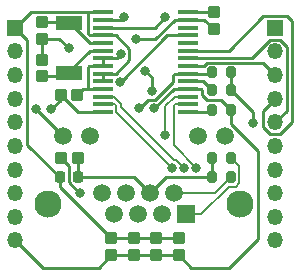
<source format=gbl>
G04 #@! TF.GenerationSoftware,KiCad,Pcbnew,7.0.7*
G04 #@! TF.CreationDate,2023-10-04T16:56:07-06:00*
G04 #@! TF.ProjectId,GigE_Module,47696745-5f4d-46f6-9475-6c652e6b6963,rev?*
G04 #@! TF.SameCoordinates,Original*
G04 #@! TF.FileFunction,Copper,L2,Bot*
G04 #@! TF.FilePolarity,Positive*
%FSLAX46Y46*%
G04 Gerber Fmt 4.6, Leading zero omitted, Abs format (unit mm)*
G04 Created by KiCad (PCBNEW 7.0.7) date 2023-10-04 16:56:07*
%MOMM*%
%LPD*%
G01*
G04 APERTURE LIST*
G04 Aperture macros list*
%AMRoundRect*
0 Rectangle with rounded corners*
0 $1 Rounding radius*
0 $2 $3 $4 $5 $6 $7 $8 $9 X,Y pos of 4 corners*
0 Add a 4 corners polygon primitive as box body*
4,1,4,$2,$3,$4,$5,$6,$7,$8,$9,$2,$3,0*
0 Add four circle primitives for the rounded corners*
1,1,$1+$1,$2,$3*
1,1,$1+$1,$4,$5*
1,1,$1+$1,$6,$7*
1,1,$1+$1,$8,$9*
0 Add four rect primitives between the rounded corners*
20,1,$1+$1,$2,$3,$4,$5,0*
20,1,$1+$1,$4,$5,$6,$7,0*
20,1,$1+$1,$6,$7,$8,$9,0*
20,1,$1+$1,$8,$9,$2,$3,0*%
G04 Aperture macros list end*
G04 #@! TA.AperFunction,ComponentPad*
%ADD10R,1.500000X1.500000*%
G04 #@! TD*
G04 #@! TA.AperFunction,ComponentPad*
%ADD11C,1.500000*%
G04 #@! TD*
G04 #@! TA.AperFunction,ComponentPad*
%ADD12C,2.300000*%
G04 #@! TD*
G04 #@! TA.AperFunction,ComponentPad*
%ADD13R,1.350000X1.350000*%
G04 #@! TD*
G04 #@! TA.AperFunction,ComponentPad*
%ADD14O,1.350000X1.350000*%
G04 #@! TD*
G04 #@! TA.AperFunction,SMDPad,CuDef*
%ADD15RoundRect,0.200000X0.200000X0.275000X-0.200000X0.275000X-0.200000X-0.275000X0.200000X-0.275000X0*%
G04 #@! TD*
G04 #@! TA.AperFunction,SMDPad,CuDef*
%ADD16R,1.750000X0.450000*%
G04 #@! TD*
G04 #@! TA.AperFunction,SMDPad,CuDef*
%ADD17RoundRect,0.250000X-0.275000X0.287500X-0.275000X-0.287500X0.275000X-0.287500X0.275000X0.287500X0*%
G04 #@! TD*
G04 #@! TA.AperFunction,SMDPad,CuDef*
%ADD18RoundRect,0.250000X0.275000X-0.287500X0.275000X0.287500X-0.275000X0.287500X-0.275000X-0.287500X0*%
G04 #@! TD*
G04 #@! TA.AperFunction,SMDPad,CuDef*
%ADD19RoundRect,0.218750X-0.218750X-0.256250X0.218750X-0.256250X0.218750X0.256250X-0.218750X0.256250X0*%
G04 #@! TD*
G04 #@! TA.AperFunction,SMDPad,CuDef*
%ADD20RoundRect,0.200000X-0.200000X-0.275000X0.200000X-0.275000X0.200000X0.275000X-0.200000X0.275000X0*%
G04 #@! TD*
G04 #@! TA.AperFunction,SMDPad,CuDef*
%ADD21R,2.200000X1.300000*%
G04 #@! TD*
G04 #@! TA.AperFunction,SMDPad,CuDef*
%ADD22RoundRect,0.250000X-0.287500X-0.275000X0.287500X-0.275000X0.287500X0.275000X-0.287500X0.275000X0*%
G04 #@! TD*
G04 #@! TA.AperFunction,SMDPad,CuDef*
%ADD23RoundRect,0.250000X0.287500X0.275000X-0.287500X0.275000X-0.287500X-0.275000X0.287500X-0.275000X0*%
G04 #@! TD*
G04 #@! TA.AperFunction,ViaPad*
%ADD24C,0.800000*%
G04 #@! TD*
G04 #@! TA.AperFunction,Conductor*
%ADD25C,0.250000*%
G04 #@! TD*
G04 #@! TA.AperFunction,Conductor*
%ADD26C,0.200000*%
G04 #@! TD*
G04 APERTURE END LIST*
D10*
X148270000Y-101810000D03*
D11*
X147254000Y-100030000D03*
X146238000Y-101810000D03*
X145222000Y-100030000D03*
X144206000Y-101810000D03*
X143190000Y-100030000D03*
X142174000Y-101810000D03*
X141158000Y-100030000D03*
X151570000Y-95210000D03*
X149280000Y-95210000D03*
X140140000Y-95210000D03*
X137850000Y-95210000D03*
D12*
X152840000Y-100920000D03*
X136580000Y-100920000D03*
D13*
X155772000Y-86025000D03*
D14*
X155772000Y-88025000D03*
X155772000Y-90025000D03*
X155772000Y-92025000D03*
X155772000Y-94025000D03*
X155772000Y-96025000D03*
X155772000Y-98025000D03*
X155772000Y-100025000D03*
X155772000Y-102025000D03*
X155772000Y-104025000D03*
D13*
X133772000Y-86025000D03*
D14*
X133772000Y-88025000D03*
X133772000Y-90025000D03*
X133772000Y-92025000D03*
X133772000Y-94025000D03*
X133772000Y-96025000D03*
X133772000Y-98025000D03*
X133772000Y-100025000D03*
X133772000Y-102025000D03*
X133772000Y-104025000D03*
D15*
X152072000Y-91325000D03*
X150422000Y-91325000D03*
D16*
X148372000Y-84700000D03*
X148372000Y-85350000D03*
X148372000Y-86000000D03*
X148372000Y-86650000D03*
X148372000Y-87300000D03*
X148372000Y-87950000D03*
X148372000Y-88600000D03*
X148372000Y-89250000D03*
X148372000Y-89900000D03*
X148372000Y-90550000D03*
X148372000Y-91200000D03*
X148372000Y-91850000D03*
X148372000Y-92500000D03*
X148372000Y-93150000D03*
X141172000Y-93150000D03*
X141172000Y-92500000D03*
X141172000Y-91850000D03*
X141172000Y-91200000D03*
X141172000Y-90550000D03*
X141172000Y-89900000D03*
X141172000Y-89250000D03*
X141172000Y-88600000D03*
X141172000Y-87950000D03*
X141172000Y-87300000D03*
X141172000Y-86650000D03*
X141172000Y-86000000D03*
X141172000Y-85350000D03*
X141172000Y-84700000D03*
D17*
X145720000Y-103847500D03*
X145720000Y-105272500D03*
X143820000Y-103847500D03*
X143820000Y-105272500D03*
D15*
X152065000Y-98680000D03*
X150415000Y-98680000D03*
D18*
X136080000Y-86940000D03*
X136080000Y-85515000D03*
D19*
X137535000Y-98684000D03*
X139110000Y-98684000D03*
D17*
X147620000Y-103847500D03*
X147620000Y-105272500D03*
D20*
X150425000Y-97030000D03*
X152075000Y-97030000D03*
D17*
X136080000Y-88710000D03*
X136080000Y-90135000D03*
D15*
X152072000Y-89800000D03*
X150422000Y-89800000D03*
D21*
X138312000Y-89825000D03*
X138312000Y-85625000D03*
D22*
X137622000Y-91710000D03*
X139047000Y-91710000D03*
D17*
X141920000Y-103847500D03*
X141920000Y-105272500D03*
X150572000Y-84712500D03*
X150572000Y-86137500D03*
D23*
X139057500Y-97030000D03*
X137632500Y-97030000D03*
D20*
X150422000Y-92975000D03*
X152072000Y-92975000D03*
D24*
X145560000Y-92840000D03*
X138312000Y-87725000D03*
X142710000Y-88260000D03*
X139240000Y-100000000D03*
X145334503Y-91390500D03*
X143990000Y-87000000D03*
X144780000Y-89640000D03*
X136830000Y-92900000D03*
X153882000Y-94113891D03*
X144237921Y-92840000D03*
X142646502Y-90592642D03*
X143000000Y-85110000D03*
X135504500Y-92900000D03*
X146490000Y-85110000D03*
X148100000Y-97900000D03*
X147085284Y-97900000D03*
X149124718Y-97900000D03*
X146497500Y-95136911D03*
D25*
X150559500Y-84700000D02*
X150572000Y-84712500D01*
X148372000Y-84700000D02*
X150559500Y-84700000D01*
X148372000Y-91200000D02*
X147200000Y-91200000D01*
X152645000Y-94775000D02*
X154315000Y-96445000D01*
X148697500Y-106350000D02*
X147620000Y-105272500D01*
X149784500Y-85350000D02*
X150572000Y-86137500D01*
X138297500Y-97695000D02*
X138297500Y-99115479D01*
X152072000Y-92975000D02*
X151222000Y-92125000D01*
X147275305Y-85350000D02*
X148372000Y-85350000D01*
X141172000Y-91200000D02*
X139557000Y-91200000D01*
X136097000Y-106350000D02*
X133772000Y-104025000D01*
X143990000Y-87000000D02*
X145625305Y-87000000D01*
X141920000Y-105272500D02*
X140842500Y-106350000D01*
X140842500Y-106350000D02*
X136097000Y-106350000D01*
X144780000Y-89640000D02*
X145334503Y-90194503D01*
X139557000Y-91200000D02*
X139047000Y-91710000D01*
X141172000Y-91200000D02*
X140047000Y-91200000D01*
X141172000Y-88600000D02*
X142370000Y-88600000D01*
X149497000Y-91200000D02*
X148372000Y-91200000D01*
X136080000Y-86940000D02*
X137527000Y-86940000D01*
X139972000Y-89325000D02*
X140047000Y-89250000D01*
X151222000Y-92125000D02*
X149995000Y-92125000D01*
X152072000Y-94191720D02*
X152645000Y-94764720D01*
X149572000Y-91275000D02*
X149497000Y-91200000D01*
X137527000Y-86940000D02*
X138312000Y-87725000D01*
X138297500Y-99115479D02*
X139182021Y-100000000D01*
X148372000Y-85350000D02*
X149784500Y-85350000D01*
X147620000Y-105272500D02*
X145720000Y-105272500D01*
X147200000Y-91200000D02*
X145560000Y-92840000D01*
X137632500Y-97030000D02*
X138297500Y-97695000D01*
X152072000Y-92975000D02*
X152072000Y-94191720D01*
X154315000Y-103923427D02*
X151888427Y-106350000D01*
X149995000Y-92125000D02*
X149572000Y-91702000D01*
X154315000Y-96445000D02*
X154315000Y-103923427D01*
X137632500Y-97030000D02*
X137632500Y-97342521D01*
X145334503Y-90194503D02*
X145334503Y-91390500D01*
X141172000Y-88600000D02*
X141172000Y-89250000D01*
X136080000Y-86940000D02*
X136080000Y-88710000D01*
X145720000Y-105272500D02*
X143820000Y-105272500D01*
X140047000Y-91200000D02*
X139972000Y-91125000D01*
X139182021Y-100000000D02*
X139240000Y-100000000D01*
X140047000Y-89250000D02*
X141172000Y-89250000D01*
X143820000Y-105272500D02*
X141920000Y-105272500D01*
X152645000Y-94764720D02*
X152645000Y-94775000D01*
X151888427Y-106350000D02*
X148697500Y-106350000D01*
X139972000Y-91125000D02*
X139972000Y-89325000D01*
X142370000Y-88600000D02*
X142710000Y-88260000D01*
X145625305Y-87000000D02*
X147275305Y-85350000D01*
X149572000Y-91702000D02*
X149572000Y-91275000D01*
X138312000Y-89710000D02*
X138312000Y-89825000D01*
X141172000Y-87950000D02*
X140072000Y-87950000D01*
X136080000Y-90135000D02*
X138002000Y-90135000D01*
X140072000Y-87950000D02*
X138312000Y-89710000D01*
X138002000Y-90135000D02*
X138312000Y-89825000D01*
X140072000Y-87300000D02*
X138397000Y-85625000D01*
X138397000Y-85625000D02*
X138312000Y-85625000D01*
X136080000Y-85515000D02*
X138202000Y-85515000D01*
X138202000Y-85515000D02*
X138312000Y-85625000D01*
X141172000Y-87300000D02*
X140072000Y-87300000D01*
X152072000Y-89800000D02*
X152072000Y-91325000D01*
X137622000Y-92108000D02*
X136830000Y-92900000D01*
X152072000Y-91325000D02*
X153882000Y-93135000D01*
X143435000Y-87788000D02*
X143435000Y-88762000D01*
X137535000Y-98684000D02*
X134780000Y-95929000D01*
X137535000Y-98684000D02*
X137535000Y-99462500D01*
X137622000Y-91710000D02*
X137622000Y-92108000D01*
X141920000Y-103847500D02*
X143820000Y-103847500D01*
X134780000Y-95929000D02*
X134780000Y-87033000D01*
X141122000Y-84650000D02*
X135147000Y-84650000D01*
X140072000Y-86650000D02*
X139972000Y-86550000D01*
X134780000Y-87033000D02*
X133772000Y-86025000D01*
X141172000Y-89900000D02*
X141172000Y-90550000D01*
X141172000Y-93150000D02*
X139062000Y-93150000D01*
X143435000Y-88762000D02*
X142297000Y-89900000D01*
X143820000Y-103847500D02*
X145720000Y-103847500D01*
X139972000Y-86550000D02*
X139972000Y-84775000D01*
X142297000Y-86650000D02*
X143435000Y-87788000D01*
X145720000Y-103847500D02*
X147620000Y-103847500D01*
X140047000Y-84700000D02*
X141172000Y-84700000D01*
X137535000Y-99462500D02*
X141920000Y-103847500D01*
X135147000Y-84650000D02*
X133772000Y-86025000D01*
X141172000Y-86650000D02*
X142297000Y-86650000D01*
X153882000Y-93135000D02*
X153882000Y-94113891D01*
X141172000Y-86650000D02*
X140072000Y-86650000D01*
X139062000Y-93150000D02*
X137622000Y-91710000D01*
X142297000Y-89900000D02*
X141172000Y-89900000D01*
X139972000Y-84775000D02*
X140047000Y-84700000D01*
X141172000Y-84700000D02*
X141122000Y-84650000D01*
X147172000Y-90591604D02*
X147172000Y-90000000D01*
X147272000Y-89900000D02*
X148372000Y-89900000D01*
X144270323Y-92876677D02*
X145032000Y-92115000D01*
X144237921Y-92876677D02*
X144270323Y-92876677D01*
X148372000Y-89900000D02*
X150322000Y-89900000D01*
X145032000Y-92115000D02*
X145648604Y-92115000D01*
X147172000Y-90000000D02*
X147272000Y-89900000D01*
X150322000Y-89900000D02*
X150422000Y-89800000D01*
X145648604Y-92115000D02*
X147172000Y-90591604D01*
X142646502Y-90592642D02*
X142707358Y-90592642D01*
X146650000Y-86650000D02*
X148372000Y-86650000D01*
X142707358Y-90592642D02*
X146650000Y-86650000D01*
X150004538Y-89000000D02*
X154747000Y-89000000D01*
X149754538Y-89250000D02*
X150004538Y-89000000D01*
X154747000Y-89000000D02*
X155772000Y-90025000D01*
X148372000Y-89250000D02*
X149754538Y-89250000D01*
X154772000Y-85025000D02*
X156772000Y-85025000D01*
X156772000Y-85025000D02*
X157222000Y-85475000D01*
X157222000Y-93989214D02*
X156186214Y-95025000D01*
X157222000Y-85475000D02*
X157222000Y-93989214D01*
X154772000Y-93025000D02*
X155772000Y-92025000D01*
X154772000Y-94439214D02*
X154772000Y-93025000D01*
X148372000Y-87950000D02*
X151847000Y-87950000D01*
X151847000Y-87950000D02*
X154772000Y-85025000D01*
X156186214Y-95025000D02*
X155357786Y-95025000D01*
X155357786Y-95025000D02*
X154772000Y-94439214D01*
X153832786Y-88550000D02*
X155357786Y-87025000D01*
X156186214Y-87025000D02*
X156772000Y-87610786D01*
X148372000Y-88600000D02*
X149768142Y-88600000D01*
X156772000Y-87610786D02*
X156772000Y-93025000D01*
X156772000Y-93025000D02*
X155772000Y-94025000D01*
X149818142Y-88550000D02*
X153832786Y-88550000D01*
X155357786Y-87025000D02*
X156186214Y-87025000D01*
X149768142Y-88600000D02*
X149818142Y-88550000D01*
X142760000Y-85350000D02*
X143000000Y-85110000D01*
X135540000Y-92900000D02*
X137850000Y-95210000D01*
X141172000Y-85350000D02*
X142760000Y-85350000D01*
X135504500Y-92900000D02*
X135540000Y-92900000D01*
X145600000Y-86000000D02*
X141172000Y-86000000D01*
X146490000Y-85110000D02*
X145600000Y-86000000D01*
D26*
X147200000Y-97200000D02*
X147400000Y-97200000D01*
X152075000Y-97030000D02*
X152765000Y-97720000D01*
X149500686Y-101810000D02*
X148270000Y-101810000D01*
X142137686Y-91850000D02*
X142747000Y-92459314D01*
X151840686Y-99470000D02*
X149500686Y-101810000D01*
X152765000Y-97720000D02*
X152765000Y-99165000D01*
X141172000Y-91850000D02*
X142137686Y-91850000D01*
X142747000Y-92459314D02*
X142747000Y-92747000D01*
X152765000Y-99165000D02*
X152460000Y-99470000D01*
X152460000Y-99470000D02*
X151840686Y-99470000D01*
X147400000Y-97200000D02*
X148100000Y-97900000D01*
X142747000Y-92747000D02*
X147200000Y-97200000D01*
X141172000Y-92500000D02*
X142222000Y-92500000D01*
X152065000Y-98680000D02*
X150715000Y-100030000D01*
X142347000Y-93177000D02*
X147070000Y-97900000D01*
X142222000Y-92500000D02*
X142347000Y-92625000D01*
X150715000Y-100030000D02*
X147254000Y-100030000D01*
X147070000Y-97900000D02*
X147085284Y-97900000D01*
X142347000Y-92625000D02*
X142347000Y-93177000D01*
X148372000Y-92500000D02*
X147322000Y-92500000D01*
X147197000Y-92625000D02*
X147197000Y-95972282D01*
X147197000Y-95972282D02*
X149124718Y-97900000D01*
X147322000Y-92500000D02*
X147197000Y-92625000D01*
X147297000Y-91850000D02*
X146497500Y-92649500D01*
X146497500Y-92649500D02*
X146497500Y-95136911D01*
X148372000Y-91850000D02*
X147297000Y-91850000D01*
D25*
X149647000Y-90550000D02*
X150422000Y-91325000D01*
X148372000Y-90550000D02*
X149647000Y-90550000D01*
X150247000Y-93150000D02*
X150422000Y-92975000D01*
X148372000Y-93150000D02*
X150247000Y-93150000D01*
X139057500Y-98631500D02*
X139110000Y-98684000D01*
X139057500Y-97030000D02*
X139057500Y-98631500D01*
X139110000Y-98684000D02*
X143876000Y-98684000D01*
X150415000Y-98680000D02*
X146572000Y-98680000D01*
X150425000Y-98670000D02*
X150415000Y-98680000D01*
X150425000Y-97030000D02*
X150425000Y-98670000D01*
X143876000Y-98684000D02*
X145222000Y-100030000D01*
X146572000Y-98680000D02*
X145222000Y-100030000D01*
M02*

</source>
